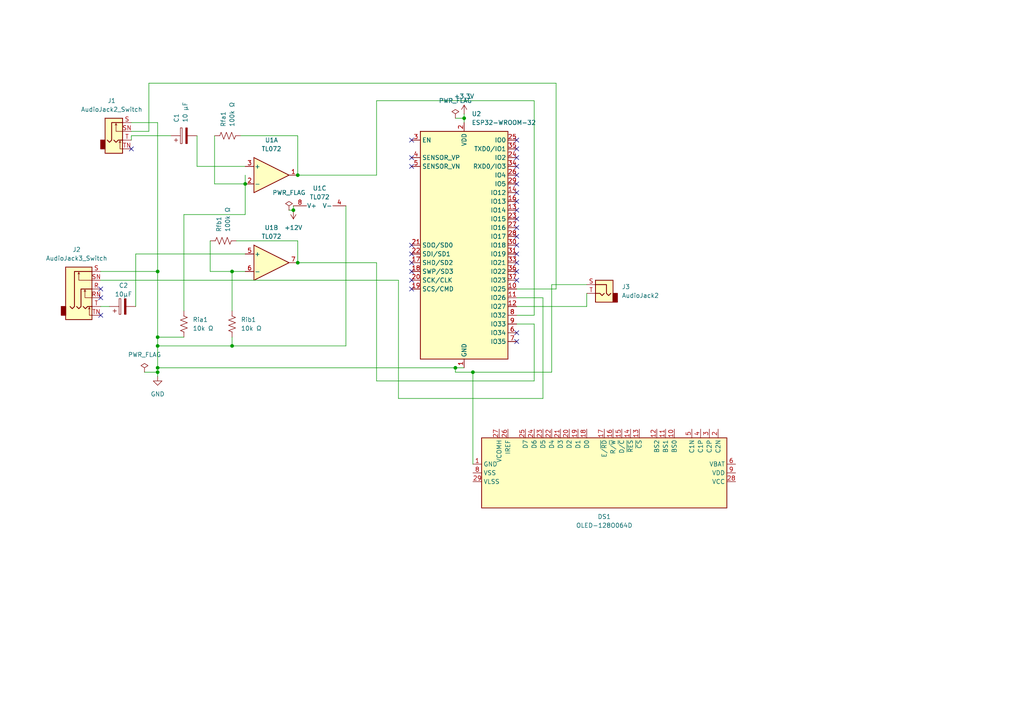
<source format=kicad_sch>
(kicad_sch (version 20231120) (generator "eeschema") (generator_version "8.0")
  (paper "A4")
  (lib_symbols
    (symbol "Amplifier_Operational:TL072" (pin_names (offset 0.127))
      (property "Reference" "U" (at 0 5.08 0))
      (property "Value" "TL072" (at 0 -5.08 0))
      (symbol "TL072_1_1"
        (polyline (pts (xy -5.08 5.08) (xy 5.08 0) (xy -5.08 -5.08) (xy -5.08 5.08)) (stroke (width 0.254)) (fill (type background)))
        (pin output line (at 7.62 0 180) (length 2.54) (name "~") (number "1"))
        (pin input line (at -7.62 -2.54 0) (length 2.54) (name "-") (number "2"))
        (pin input line (at -7.62 2.54 0) (length 2.54) (name "+") (number "3"))
      )
      (symbol "TL072_2_1"
        (polyline (pts (xy -5.08 5.08) (xy 5.08 0) (xy -5.08 -5.08) (xy -5.08 5.08)) (stroke (width 0.254)) (fill (type background)))
        (pin input line (at -7.62 2.54 0) (length 2.54) (name "+") (number "5"))
        (pin input line (at -7.62 -2.54 0) (length 2.54) (name "-") (number "6"))
        (pin output line (at 7.62 0 180) (length 2.54) (name "~") (number "7"))
      )
      (symbol "TL072_3_1"
        (pin power_in line (at -2.54 -7.62 90) (length 3.81) (name "V-") (number "4"))
        (pin power_in line (at -2.54 7.62 270) (length 3.81) (name "V+") (number "8"))
      )
    )
    (symbol "Connector_Audio:AudioJack2"
      (property "Reference" "J" (at 0 8.89 0))
      (property "Value" "AudioJack2" (at 0 6.35 0))
      (symbol "AudioJack2_0_1"
        (rectangle (start -3.81 0) (end -2.54 -2.54) (stroke (width 0.254)) (fill (type outline)))
        (rectangle (start -2.54 3.81) (end 2.54 -2.54) (stroke (width 0.254)) (fill (type background)))
        (polyline (pts (xy 0 0) (xy 0.635 -0.635) (xy 1.27 0) (xy 2.54 0)) (stroke (width 0.254)))
        (polyline (pts (xy 2.54 2.54) (xy -0.635 2.54) (xy -0.635 0) (xy -1.27 -0.635) (xy -1.905 0)) (stroke (width 0.254)))
      )
      (symbol "AudioJack2_1_1"
        (pin passive line (at 5.08 2.54 180) (length 2.54) (name "~") (number "S"))
        (pin passive line (at 5.08 0 180) (length 2.54) (name "~") (number "T"))
      )
    )
    (symbol "Connector_Audio:AudioJack2_Switch"
      (property "Reference" "J" (at 0 11.43 0))
      (property "Value" "AudioJack2_Switch" (at 0 8.89 0))
      (symbol "AudioJack2_Switch_0_1"
        (rectangle (start -2.54 0) (end -3.81 -2.54) (stroke (width 0.254)) (fill (type outline)))
        (rectangle (start 2.54 6.35) (end -2.54 -3.81) (stroke (width 0.254)) (fill (type background)))
      )
      (symbol "AudioJack2_Switch_1_1"
        (polyline (pts (xy 0.635 4.826) (xy 0.889 4.318)))
        (polyline (pts (xy 1.778 -0.254) (xy 2.032 -0.762)))
        (polyline (pts (xy 0 0) (xy 0.635 -0.635) (xy 1.27 0) (xy 2.54 0)) (stroke (width 0.254)))
        (polyline (pts (xy 2.54 -2.54) (xy 1.778 -2.54) (xy 1.778 -0.254) (xy 1.524 -0.762)))
        (polyline (pts (xy 2.54 2.54) (xy 0.635 2.54) (xy 0.635 4.826) (xy 0.381 4.318)))
        (polyline (pts (xy 2.54 5.08) (xy -0.635 5.08) (xy -0.635 0) (xy -1.27 -0.635) (xy -1.905 0)) (stroke (width 0.254)))
        (pin passive line (at 5.08 5.08 180) (length 2.54) (name "~") (number "S"))
        (pin passive line (at 5.08 2.54 180) (length 2.54) (name "~") (number "SN"))
        (pin passive line (at 5.08 0 180) (length 2.54) (name "~") (number "T"))
        (pin passive line (at 5.08 -2.54 180) (length 2.54) (name "~") (number "TN"))
      )
    )
    (symbol "Connector_Audio:AudioJack3_Switch"
      (property "Reference" "J" (at 0 11.43 0))
      (property "Value" "AudioJack3_Switch" (at 0 8.89 0))
      (symbol "AudioJack3_Switch_0_1"
        (rectangle (start -5.08 -5.08) (end -6.35 -7.62) (stroke (width 0.254)) (fill (type outline)))
        (polyline (pts (xy -1.27 4.826) (xy -1.016 4.318)))
        (polyline (pts (xy 0.508 -0.254) (xy 0.762 -0.762)))
        (polyline (pts (xy 1.778 -5.334) (xy 2.032 -5.842)))
        (polyline (pts (xy 0 -5.08) (xy 0.635 -5.715) (xy 1.27 -5.08) (xy 2.54 -5.08)) (stroke (width 0.254)))
        (polyline (pts (xy 2.54 -7.62) (xy 1.778 -7.62) (xy 1.778 -5.334) (xy 1.524 -5.842)))
        (polyline (pts (xy 2.54 -2.54) (xy 0.508 -2.54) (xy 0.508 -0.254) (xy 0.254 -0.762)))
        (polyline (pts (xy 2.54 2.54) (xy -1.27 2.54) (xy -1.27 4.826) (xy -1.524 4.318)))
        (polyline (pts (xy -1.905 -5.08) (xy -1.27 -5.715) (xy -0.635 -5.08) (xy -0.635 0) (xy 2.54 0)) (stroke (width 0.254)))
        (polyline (pts (xy 2.54 5.08) (xy -2.54 5.08) (xy -2.54 -5.08) (xy -3.175 -5.715) (xy -3.81 -5.08)) (stroke (width 0.254)))
        (rectangle (start 2.54 6.35) (end -5.08 -8.89) (stroke (width 0.254)) (fill (type background)))
      )
      (symbol "AudioJack3_Switch_1_1"
        (pin passive line (at 5.08 0 180) (length 2.54) (name "~") (number "R"))
        (pin passive line (at 5.08 -2.54 180) (length 2.54) (name "~") (number "RN"))
        (pin passive line (at 5.08 5.08 180) (length 2.54) (name "~") (number "S"))
        (pin passive line (at 5.08 2.54 180) (length 2.54) (name "~") (number "SN"))
        (pin passive line (at 5.08 -5.08 180) (length 2.54) (name "~") (number "T"))
        (pin passive line (at 5.08 -7.62 180) (length 2.54) (name "~") (number "TN"))
      )
    )
    (symbol "Device:C_Polarized" (pin_numbers hide) (pin_names (offset 0.254))
      (property "Reference" "C" (at 0.635 2.54 0))
      (property "Value" "C_Polarized" (at 0.635 -2.54 0))
      (symbol "C_Polarized_0_1"
        (rectangle (start -2.286 0.508) (end 2.286 1.016))
        (polyline (pts (xy -1.778 2.286) (xy -0.762 2.286)))
        (polyline (pts (xy -1.27 2.794) (xy -1.27 1.778)))
        (rectangle (start 2.286 -0.508) (end -2.286 -1.016) (fill (type outline)))
      )
      (symbol "C_Polarized_1_1"
        (pin passive line (at 0 3.81 270) (length 2.794) (name "~") (number "1"))
        (pin passive line (at 0 -3.81 90) (length 2.794) (name "~") (number "2"))
      )
    )
    (symbol "Device:R_US" (pin_numbers hide) (pin_names (offset 0))
      (property "Reference" "R" (at 2.54 0 90))
      (property "Value" "R_US" (at -2.54 0 90))
      (symbol "R_US_0_1"
        (polyline (pts (xy 0 -2.286) (xy 0 -2.54)))
        (polyline (pts (xy 0 2.286) (xy 0 2.54)))
        (polyline (pts (xy 0 -0.762) (xy 1.016 -1.143) (xy 0 -1.524) (xy -1.016 -1.905) (xy 0 -2.286)))
        (polyline (pts (xy 0 0.762) (xy 1.016 0.381) (xy 0 0) (xy -1.016 -0.381) (xy 0 -0.762)))
        (polyline (pts (xy 0 2.286) (xy 1.016 1.905) (xy 0 1.524) (xy -1.016 1.143) (xy 0 0.762)))
      )
      (symbol "R_US_1_1"
        (pin passive line (at 0 3.81 270) (length 1.27) (name "~") (number "1"))
        (pin passive line (at 0 -3.81 90) (length 1.27) (name "~") (number "2"))
      )
    )
    (symbol "Display_Graphic:OLED-128O064D"
      (property "Reference" "DS" (at -10.16 38.1 0))
      (property "Value" "OLED-128O064D" (at 12.7 38.1 0))
      (symbol "OLED-128O064D_0_1"
        (rectangle (start -10.16 35.56) (end 10.16 -35.56) (stroke (width 0.254)) (fill (type background)))
      )
      (symbol "OLED-128O064D_1_1"
        (pin power_in line (at -2.54 -38.1 90) (length 2.54) (name "GND") (number "1"))
        (pin input line (at -12.7 20.32 0) (length 2.54) (name "BS0") (number "10"))
        (pin input line (at -12.7 17.78 0) (length 2.54) (name "BS1") (number "11"))
        (pin input line (at -12.7 15.24 0) (length 2.54) (name "BS2") (number "12"))
        (pin input line (at -12.7 10.16 0) (length 2.54) (name "~{CS}") (number "13"))
        (pin input line (at -12.7 7.62 0) (length 2.54) (name "~{RES}") (number "14"))
        (pin input line (at -12.7 5.08 0) (length 2.54) (name "D/~{C}") (number "15"))
        (pin input line (at -12.7 2.54 0) (length 2.54) (name "R/~{W}") (number "16"))
        (pin input line (at -12.7 0 0) (length 2.54) (name "E/~{RD}") (number "17"))
        (pin bidirectional line (at -12.7 -5.08 0) (length 2.54) (name "D0") (number "18"))
        (pin bidirectional line (at -12.7 -7.62 0) (length 2.54) (name "D1") (number "19"))
        (pin passive line (at -12.7 33.02 0) (length 2.54) (name "C2N") (number "2"))
        (pin bidirectional line (at -12.7 -10.16 0) (length 2.54) (name "D2") (number "20"))
        (pin bidirectional line (at -12.7 -12.7 0) (length 2.54) (name "D3") (number "21"))
        (pin bidirectional line (at -12.7 -15.24 0) (length 2.54) (name "D4") (number "22"))
        (pin bidirectional line (at -12.7 -17.78 0) (length 2.54) (name "D5") (number "23"))
        (pin bidirectional line (at -12.7 -20.32 0) (length 2.54) (name "D6") (number "24"))
        (pin bidirectional line (at -12.7 -22.86 0) (length 2.54) (name "D7") (number "25"))
        (pin passive line (at -12.7 -27.94 0) (length 2.54) (name "IREF") (number "26"))
        (pin passive line (at -12.7 -30.48 0) (length 2.54) (name "VCOMH") (number "27"))
        (pin power_in line (at 2.54 38.1 270) (length 2.54) (name "VCC") (number "28"))
        (pin power_in line (at 2.54 -38.1 90) (length 2.54) (name "VLSS") (number "29"))
        (pin passive line (at -12.7 30.48 0) (length 2.54) (name "C2P") (number "3"))
        (pin passive line (at -2.54 -38.1 90) (length 2.54) hide (name "GND") (number "30"))
        (pin passive line (at -12.7 27.94 0) (length 2.54) (name "C1P") (number "4"))
        (pin passive line (at -12.7 25.4 0) (length 2.54) (name "C1N") (number "5"))
        (pin power_in line (at -2.54 38.1 270) (length 2.54) (name "VBAT") (number "6"))
        (pin no_connect line (at 10.16 0 180) (length 2.54) hide (name "NC") (number "7"))
        (pin power_in line (at 0 -38.1 90) (length 2.54) (name "VSS") (number "8"))
        (pin power_in line (at 0 38.1 270) (length 2.54) (name "VDD") (number "9"))
      )
    )
    (symbol "RF_Module:ESP32-WROOM-32"
      (property "Reference" "U" (at -12.7 34.29 0))
      (property "Value" "ESP32-WROOM-32" (at 1.27 34.29 0))
      (symbol "ESP32-WROOM-32_0_1"
        (rectangle (start -12.7 33.02) (end 12.7 -33.02) (stroke (width 0.254)) (fill (type background)))
      )
      (symbol "ESP32-WROOM-32_1_1"
        (pin power_in line (at 0 -35.56 90) (length 2.54) (name "GND") (number "1"))
        (pin bidirectional line (at 15.24 -12.7 180) (length 2.54) (name "IO25") (number "10"))
        (pin bidirectional line (at 15.24 -15.24 180) (length 2.54) (name "IO26") (number "11"))
        (pin bidirectional line (at 15.24 -17.78 180) (length 2.54) (name "IO27") (number "12"))
        (pin bidirectional line (at 15.24 10.16 180) (length 2.54) (name "IO14") (number "13"))
        (pin bidirectional line (at 15.24 15.24 180) (length 2.54) (name "IO12") (number "14"))
        (pin passive line (at 0 -35.56 90) (length 2.54) hide (name "GND") (number "15"))
        (pin bidirectional line (at 15.24 12.7 180) (length 2.54) (name "IO13") (number "16"))
        (pin bidirectional line (at -15.24 -5.08 0) (length 2.54) (name "SHD/SD2") (number "17"))
        (pin bidirectional line (at -15.24 -7.62 0) (length 2.54) (name "SWP/SD3") (number "18"))
        (pin bidirectional line (at -15.24 -12.7 0) (length 2.54) (name "SCS/CMD") (number "19"))
        (pin power_in line (at 0 35.56 270) (length 2.54) (name "VDD") (number "2"))
        (pin bidirectional line (at -15.24 -10.16 0) (length 2.54) (name "SCK/CLK") (number "20"))
        (pin bidirectional line (at -15.24 0 0) (length 2.54) (name "SDO/SD0") (number "21"))
        (pin bidirectional line (at -15.24 -2.54 0) (length 2.54) (name "SDI/SD1") (number "22"))
        (pin bidirectional line (at 15.24 7.62 180) (length 2.54) (name "IO15") (number "23"))
        (pin bidirectional line (at 15.24 25.4 180) (length 2.54) (name "IO2") (number "24"))
        (pin bidirectional line (at 15.24 30.48 180) (length 2.54) (name "IO0") (number "25"))
        (pin bidirectional line (at 15.24 20.32 180) (length 2.54) (name "IO4") (number "26"))
        (pin bidirectional line (at 15.24 5.08 180) (length 2.54) (name "IO16") (number "27"))
        (pin bidirectional line (at 15.24 2.54 180) (length 2.54) (name "IO17") (number "28"))
        (pin bidirectional line (at 15.24 17.78 180) (length 2.54) (name "IO5") (number "29"))
        (pin input line (at -15.24 30.48 0) (length 2.54) (name "EN") (number "3"))
        (pin bidirectional line (at 15.24 0 180) (length 2.54) (name "IO18") (number "30"))
        (pin bidirectional line (at 15.24 -2.54 180) (length 2.54) (name "IO19") (number "31"))
        (pin no_connect line (at -12.7 -27.94 0) (length 2.54) hide (name "NC") (number "32"))
        (pin bidirectional line (at 15.24 -5.08 180) (length 2.54) (name "IO21") (number "33"))
        (pin bidirectional line (at 15.24 22.86 180) (length 2.54) (name "RXD0/IO3") (number "34"))
        (pin bidirectional line (at 15.24 27.94 180) (length 2.54) (name "TXD0/IO1") (number "35"))
        (pin bidirectional line (at 15.24 -7.62 180) (length 2.54) (name "IO22") (number "36"))
        (pin bidirectional line (at 15.24 -10.16 180) (length 2.54) (name "IO23") (number "37"))
        (pin passive line (at 0 -35.56 90) (length 2.54) hide (name "GND") (number "38"))
        (pin passive line (at 0 -35.56 90) (length 2.54) hide (name "GND") (number "39"))
        (pin input line (at -15.24 25.4 0) (length 2.54) (name "SENSOR_VP") (number "4"))
        (pin input line (at -15.24 22.86 0) (length 2.54) (name "SENSOR_VN") (number "5"))
        (pin input line (at 15.24 -25.4 180) (length 2.54) (name "IO34") (number "6"))
        (pin input line (at 15.24 -27.94 180) (length 2.54) (name "IO35") (number "7"))
        (pin bidirectional line (at 15.24 -20.32 180) (length 2.54) (name "IO32") (number "8"))
        (pin bidirectional line (at 15.24 -22.86 180) (length 2.54) (name "IO33") (number "9"))
      )
    )
    (symbol "power:+12V" (power) (pin_numbers hide) (pin_names (offset 0) hide)
      (property "Value" "+12V" (at 0 3.556 0))
      (symbol "+12V_0_1"
        (polyline (pts (xy -0.762 1.27) (xy 0 2.54)))
        (polyline (pts (xy 0 0) (xy 0 2.54)))
        (polyline (pts (xy 0 2.54) (xy 0.762 1.27)))
      )
      (symbol "+12V_1_1"
        (pin power_in line (at 0 0 90) (length 0) (name "~") (number "1"))
      )
    )
    (symbol "power:+3.3V" (power) (pin_numbers hide) (pin_names (offset 0) hide)
      (property "Value" "+3.3V" (at 0 3.556 0))
      (symbol "+3.3V_0_1"
        (polyline (pts (xy -0.762 1.27) (xy 0 2.54)))
        (polyline (pts (xy 0 0) (xy 0 2.54)))
        (polyline (pts (xy 0 2.54) (xy 0.762 1.27)))
      )
      (symbol "+3.3V_1_1"
        (pin power_in line (at 0 0 90) (length 0) (name "~") (number "1"))
      )
    )
    (symbol "power:GND" (power) (pin_numbers hide) (pin_names (offset 0) hide)
      (property "Value" "GND" (at 0 -3.81 0))
      (symbol "GND_0_1"
        (polyline (pts (xy 0 0) (xy 0 -1.27) (xy 1.27 -1.27) (xy 0 -2.54) (xy -1.27 -1.27) (xy 0 -1.27)))
      )
      (symbol "GND_1_1"
        (pin power_in line (at 0 0 270) (length 0) (name "~") (number "1"))
      )
    )
    (symbol "power:PWR_FLAG" (power) (pin_numbers hide) (pin_names (offset 0) hide)
      (property "Value" "PWR_FLAG" (at 0 3.81 0))
      (symbol "PWR_FLAG_0_0"
        (pin power_out line (at 0 0 90) (length 0) (name "~") (number "1"))
      )
      (symbol "PWR_FLAG_0_1"
        (polyline (pts (xy 0 0) (xy 0 1.27) (xy -1.016 1.905) (xy 0 2.54) (xy 1.016 1.905) (xy 0 1.27)))
      )
    )
  )
  (junction (at 45.72 97.79))
  (junction (at 137.16 107.95))
  (junction (at 134.62 34.29))
  (junction (at 132.08 106.68))
  (junction (at 45.72 107.95))
  (junction (at 67.31 78.74))
  (junction (at 86.36 50.8))
  (junction (at 71.12 53.34))
  (junction (at 45.72 78.74))
  (junction (at 86.36 76.2))
  (junction (at 45.72 106.68))
  (junction (at 85.09 60.96))
  (junction (at 45.72 100.33))
  (junction (at 67.31 100.33))
  (no_connect (at 149.86 73.66))
  (no_connect (at 149.86 40.64))
  (no_connect (at 119.38 71.12))
  (no_connect (at 119.38 76.2))
  (no_connect (at 149.86 60.96))
  (no_connect (at 149.86 78.74))
  (no_connect (at 119.38 40.64))
  (no_connect (at 149.86 68.58))
  (no_connect (at 29.21 83.82))
  (no_connect (at 149.86 48.26))
  (no_connect (at 29.21 91.44))
  (no_connect (at 149.86 99.06))
  (no_connect (at 149.86 96.52))
  (no_connect (at 119.38 81.28))
  (no_connect (at 149.86 71.12))
  (no_connect (at 119.38 45.72))
  (no_connect (at 38.1 43.18))
  (no_connect (at 149.86 76.2))
  (no_connect (at 149.86 63.5))
  (no_connect (at 119.38 48.26))
  (no_connect (at 119.38 78.74))
  (no_connect (at 149.86 53.34))
  (no_connect (at 149.86 66.04))
  (no_connect (at 119.38 73.66))
  (no_connect (at 149.86 81.28))
  (no_connect (at 29.21 86.36))
  (no_connect (at 149.86 58.42))
  (no_connect (at 119.38 83.82))
  (no_connect (at 149.86 45.72))
  (no_connect (at 149.86 43.18))
  (no_connect (at 149.86 55.88))
  (no_connect (at 149.86 50.8))
  (wire (pts (xy 45.72 97.79) (xy 53.34 97.79)))
  (wire (pts (xy 170.18 88.9) (xy 170.18 85.09)))
  (wire (pts (xy 67.31 100.33) (xy 45.72 100.33)))
  (wire (pts (xy 60.96 78.74) (xy 67.31 78.74)))
  (wire (pts (xy 83.82 60.96) (xy 85.09 60.96)))
  (wire (pts (xy 67.31 78.74) (xy 67.31 90.17)))
  (wire (pts (xy 160.02 107.95) (xy 137.16 107.95)))
  (wire (pts (xy 134.62 33.02) (xy 134.62 34.29)))
  (wire (pts (xy 154.94 110.49) (xy 154.94 93.98)))
  (wire (pts (xy 31.75 88.9) (xy 29.21 88.9)))
  (wire (pts (xy 45.72 100.33) (xy 45.72 106.68)))
  (wire (pts (xy 45.72 35.56) (xy 45.72 78.74)))
  (wire (pts (xy 41.91 107.95) (xy 45.72 107.95)))
  (wire (pts (xy 170.18 82.55) (xy 160.02 82.55)))
  (wire (pts (xy 53.34 90.17) (xy 53.34 62.23)))
  (wire (pts (xy 45.72 97.79) (xy 45.72 100.33)))
  (wire (pts (xy 109.22 76.2) (xy 109.22 110.49)))
  (wire (pts (xy 154.94 29.21) (xy 154.94 91.44)))
  (wire (pts (xy 69.85 39.37) (xy 86.36 39.37)))
  (wire (pts (xy 45.72 107.95) (xy 45.72 109.22)))
  (wire (pts (xy 60.96 69.85) (xy 60.96 78.74)))
  (wire (pts (xy 109.22 50.8) (xy 109.22 29.21)))
  (wire (pts (xy 85.09 60.96) (xy 85.09 59.69)))
  (wire (pts (xy 109.22 29.21) (xy 154.94 29.21)))
  (wire (pts (xy 57.15 39.37) (xy 57.15 48.26)))
  (wire (pts (xy 71.12 50.8) (xy 71.12 53.34)))
  (wire (pts (xy 109.22 76.2) (xy 86.36 76.2)))
  (wire (pts (xy 43.18 24.13) (xy 161.29 24.13)))
  (wire (pts (xy 53.34 62.23) (xy 71.12 62.23)))
  (wire (pts (xy 132.08 106.68) (xy 45.72 106.68)))
  (wire (pts (xy 62.23 53.34) (xy 71.12 53.34)))
  (wire (pts (xy 45.72 106.68) (xy 45.72 107.95)))
  (wire (pts (xy 38.1 35.56) (xy 45.72 35.56)))
  (wire (pts (xy 132.08 107.95) (xy 132.08 106.68)))
  (wire (pts (xy 154.94 91.44) (xy 149.86 91.44)))
  (wire (pts (xy 71.12 73.66) (xy 39.37 73.66)))
  (wire (pts (xy 161.29 83.82) (xy 149.86 83.82)))
  (wire (pts (xy 157.48 86.36) (xy 149.86 86.36)))
  (wire (pts (xy 38.1 39.37) (xy 49.53 39.37)))
  (wire (pts (xy 137.16 107.95) (xy 137.16 134.62)))
  (wire (pts (xy 86.36 76.2) (xy 86.36 69.85)))
  (wire (pts (xy 62.23 39.37) (xy 62.23 53.34)))
  (wire (pts (xy 134.62 106.68) (xy 132.08 106.68)))
  (wire (pts (xy 100.33 59.69) (xy 100.33 100.33)))
  (wire (pts (xy 43.18 38.1) (xy 43.18 24.13)))
  (wire (pts (xy 115.57 115.57) (xy 157.48 115.57)))
  (wire (pts (xy 161.29 24.13) (xy 161.29 83.82)))
  (wire (pts (xy 86.36 39.37) (xy 86.36 50.8)))
  (wire (pts (xy 67.31 78.74) (xy 71.12 78.74)))
  (wire (pts (xy 115.57 81.28) (xy 115.57 115.57)))
  (wire (pts (xy 137.16 107.95) (xy 132.08 107.95)))
  (wire (pts (xy 57.15 48.26) (xy 71.12 48.26)))
  (wire (pts (xy 154.94 93.98) (xy 149.86 93.98)))
  (wire (pts (xy 71.12 62.23) (xy 71.12 53.34)))
  (wire (pts (xy 67.31 97.79) (xy 67.31 100.33)))
  (wire (pts (xy 29.21 78.74) (xy 45.72 78.74)))
  (wire (pts (xy 100.33 100.33) (xy 67.31 100.33)))
  (wire (pts (xy 134.62 34.29) (xy 134.62 35.56)))
  (wire (pts (xy 86.36 50.8) (xy 109.22 50.8)))
  (wire (pts (xy 160.02 82.55) (xy 160.02 107.95)))
  (wire (pts (xy 45.72 78.74) (xy 45.72 97.79)))
  (wire (pts (xy 39.37 73.66) (xy 39.37 88.9)))
  (wire (pts (xy 38.1 39.37) (xy 38.1 40.64)))
  (wire (pts (xy 109.22 110.49) (xy 154.94 110.49)))
  (wire (pts (xy 132.08 34.29) (xy 134.62 34.29)))
  (wire (pts (xy 29.21 81.28) (xy 115.57 81.28)))
  (wire (pts (xy 157.48 115.57) (xy 157.48 86.36)))
  (wire (pts (xy 86.36 69.85) (xy 68.58 69.85)))
  (wire (pts (xy 149.86 88.9) (xy 170.18 88.9)))
  (wire (pts (xy 38.1 38.1) (xy 43.18 38.1)))
  (symbol (lib_id "Device:R_US") (at 64.77 69.85 90) (unit 1)
    (property "Reference" "Rfb1" (at 63.4999 67.31 0) (effects (justify left)))
    (property "Value" "100k Ω" (at 66.0399 67.31 0) (effects (justify left)))
    (property "Footprint" "Resistor_SMD:R_0805_2012Metric_Pad1.20x1.40mm_HandSolder" (effects (hide yes)))
    (property "Description" "Resistor, US symbol" (effects (hide yes)))
  )
  (symbol (lib_id "power:PWR_FLAG") (at 132.08 34.29 0) (unit 1)
    (property "Reference" "#FLG01" (effects (hide yes)))
    (property "Value" "PWR_FLAG" (at 132.08 29.21 0))
    (property "Description" "Special symbol for telling ERC where power comes from" (effects (hide yes)))
  )
  (symbol (lib_id "RF_Module:ESP32-WROOM-32") (at 134.62 71.12 0) (unit 1)
    (property "Reference" "U2" (at 136.8141 33.02 0) (effects (justify left)))
    (property "Value" "ESP32-WROOM-32" (at 136.8141 35.56 0) (effects (justify left)))
    (property "Footprint" "RF_Module:ESP32-WROOM-32" (effects (hide yes)))
    (property "Datasheet" "https://www.espressif.com/sites/default/files/documentation/esp32-wroom-32_datasheet_en.pdf" (effects (hide yes)))
    (property "Description" "RF Module, ESP32-D0WDQ6 SoC, Wi-Fi 802.11b/g/n, Bluetooth, BLE, 32-bit, 2.7-3.6V, onboard antenna, SMD" (effects (hide yes)))
  )
  (symbol (lib_id "Device:C_Polarized") (at 35.56 88.9 90) (unit 1)
    (property "Reference" "C2" (at 35.814 82.804 90))
    (property "Value" "10µF" (at 35.814 85.344 90))
    (property "Footprint" "Capacitor_SMD:CP_Elec_5x3" (effects (hide yes)))
    (property "Description" "Polarized capacitor" (effects (hide yes)))
  )
  (symbol (lib_id "Amplifier_Operational:TL072") (at 92.71 57.15 90) (unit 3)
    (property "Reference" "U1" (at 92.71 54.61 90))
    (property "Value" "TL072" (at 92.71 57.15 90))
    (property "Footprint" "Package_SO:SOIC-8_3.9x4.9mm_P1.27mm" (effects (hide yes)))
    (property "Datasheet" "http://www.ti.com/lit/ds/symlink/tl071.pdf" (effects (hide yes)))
    (property "Description" "Dual Low-Noise JFET-Input Operational Amplifiers, DIP-8/SOIC-8" (effects (hide yes)))
  )
  (symbol (lib_id "Device:R_US") (at 66.04 39.37 90) (unit 1)
    (property "Reference" "Rfa1" (at 64.7699 36.83 0) (effects (justify left)))
    (property "Value" "100k Ω" (at 67.3099 36.83 0) (effects (justify left)))
    (property "Footprint" "Resistor_SMD:R_0805_2012Metric_Pad1.20x1.40mm_HandSolder" (effects (hide yes)))
    (property "Description" "Resistor, US symbol" (effects (hide yes)))
  )
  (symbol (lib_id "power:PWR_FLAG") (at 41.91 107.95 0) (unit 1)
    (property "Reference" "#FLG03" (effects (hide yes)))
    (property "Value" "PWR_FLAG" (at 41.91 102.87 0))
    (property "Description" "Special symbol for telling ERC where power comes from" (effects (hide yes)))
  )
  (symbol (lib_id "Amplifier_Operational:TL072") (at 78.74 76.2 0) (unit 2)
    (property "Reference" "U1" (at 78.74 66.04 0))
    (property "Value" "TL072" (at 78.74 68.58 0))
    (property "Footprint" "Package_SO:SOIC-8_3.9x4.9mm_P1.27mm" (effects (hide yes)))
    (property "Datasheet" "http://www.ti.com/lit/ds/symlink/tl071.pdf" (effects (hide yes)))
    (property "Description" "Dual Low-Noise JFET-Input Operational Amplifiers, DIP-8/SOIC-8" (effects (hide yes)))
  )
  (symbol (lib_id "Device:R_US") (at 53.34 93.98 0) (unit 1)
    (property "Reference" "Ria1" (at 55.88 92.7099 0) (effects (justify left)))
    (property "Value" "10k Ω" (at 55.88 95.2499 0) (effects (justify left)))
    (property "Footprint" "Resistor_SMD:R_0805_2012Metric_Pad1.20x1.40mm_HandSolder" (effects (hide yes)))
    (property "Description" "Resistor, US symbol" (effects (hide yes)))
  )
  (symbol (lib_id "power:+3.3V") (at 134.62 33.02 0) (unit 1)
    (property "Reference" "#PWR01" (effects (hide yes)))
    (property "Value" "+3.3V" (at 134.62 27.94 0))
    (property "Description" "Power symbol creates a global label with name \"+3.3V\"" (effects (hide yes)))
  )
  (symbol (lib_id "Display_Graphic:OLED-128O064D") (at 175.26 137.16 270) (unit 1)
    (property "Reference" "DS1" (at 175.26 149.86 90))
    (property "Value" "OLED-128O064D" (at 175.26 152.4 90))
    (property "Footprint" "Display:OLED-128O064D" (effects (hide yes)))
    (property "Datasheet" "https://www.vishay.com/docs/37902/oled128o064dbpp3n00000.pdf" (effects (hide yes)))
    (property "Description" "OLED display 128x64" (effects (hide yes)))
  )
  (symbol (lib_id "power:+12V") (at 85.09 60.96 180) (unit 1)
    (property "Reference" "#PWR02" (effects (hide yes)))
    (property "Value" "+12V" (at 85.09 66.04 0))
    (property "Description" "Power symbol creates a global label with name \"+12V\"" (effects (hide yes)))
  )
  (symbol (lib_id "Device:R_US") (at 67.31 93.98 0) (unit 1)
    (property "Reference" "Rib1" (at 69.85 92.7099 0) (effects (justify left)))
    (property "Value" "10k Ω" (at 69.85 95.2499 0) (effects (justify left)))
    (property "Footprint" "Resistor_SMD:R_0805_2012Metric_Pad1.20x1.40mm_HandSolder" (effects (hide yes)))
    (property "Description" "Resistor, US symbol" (effects (hide yes)))
  )
  (symbol (lib_id "Connector_Audio:AudioJack3_Switch") (at 24.13 83.82 0) (unit 1) (exclude_from_sim yes)
    (property "Reference" "J2" (at 22.225 72.39 0))
    (property "Value" "AudioJack3_Switch" (at 22.225 74.93 0))
    (property "Footprint" "Connector_Audio:Jack_3.5mm_CUI_SJ-3523-SMT_Horizontal" (effects (hide yes)))
    (property "Description" "Audio Jack, 3 Poles (Stereo / TRS), Switched Poles (Normalling)" (effects (hide yes)))
  )
  (symbol (lib_id "Connector_Audio:AudioJack2_Switch") (at 33.02 40.64 0) (unit 1) (exclude_from_sim yes)
    (property "Reference" "J1" (at 32.385 29.21 0))
    (property "Value" "AudioJack2_Switch" (at 32.385 31.75 0))
    (property "Footprint" "Connector_Audio:Jack_6.35mm_Neutrik_NMJ4HCD2_Horizontal" (effects (hide yes)))
    (property "Description" "Audio Jack, 2 Poles (Mono / TS), Switched Pole (Normalling)" (effects (hide yes)))
  )
  (symbol (lib_id "power:GND") (at 45.72 109.22 0) (unit 1)
    (property "Reference" "#PWR03" (effects (hide yes)))
    (property "Value" "GND" (at 45.72 114.3 0))
    (property "Description" "Power symbol creates a global label with name \"GND\" , ground" (effects (hide yes)))
  )
  (symbol (lib_id "Amplifier_Operational:TL072") (at 78.74 50.8 0) (unit 1)
    (property "Reference" "U1" (at 78.74 40.64 0))
    (property "Value" "TL072" (at 78.74 43.18 0))
    (property "Footprint" "Package_SO:SOIC-8_3.9x4.9mm_P1.27mm" (effects (hide yes)))
    (property "Datasheet" "http://www.ti.com/lit/ds/symlink/tl071.pdf" (effects (hide yes)))
    (property "Description" "Dual Low-Noise JFET-Input Operational Amplifiers, DIP-8/SOIC-8" (effects (hide yes)))
  )
  (symbol (lib_id "power:PWR_FLAG") (at 83.82 60.96 0) (unit 1)
    (property "Reference" "#FLG02" (effects (hide yes)))
    (property "Value" "PWR_FLAG" (at 83.82 55.88 0))
    (property "Description" "Special symbol for telling ERC where power comes from" (effects (hide yes)))
  )
  (symbol (lib_id "Device:C_Polarized") (at 53.34 39.37 90) (unit 1)
    (property "Reference" "C1" (at 51.1809 35.56 0) (effects (justify left)))
    (property "Value" "10 µF" (at 53.7209 35.56 0) (effects (justify left)))
    (property "Footprint" "Package_SO:SOIC-8_3.9x4.9mm_P1.27mm" (effects (hide yes)))
    (property "Description" "Polarized capacitor" (effects (hide yes)))
  )
  (symbol (lib_id "Connector_Audio:AudioJack2") (at 175.26 85.09 0) (mirror y) (unit 1)
    (property "Reference" "J3" (at 180.34 83.1849 0) (effects (justify right)))
    (property "Value" "AudioJack2" (at 180.34 85.7249 0) (effects (justify right)))
    (property "Description" "Audio Jack, 2 Poles (Mono / TS)" (effects (hide yes)))
  )
)
</source>
